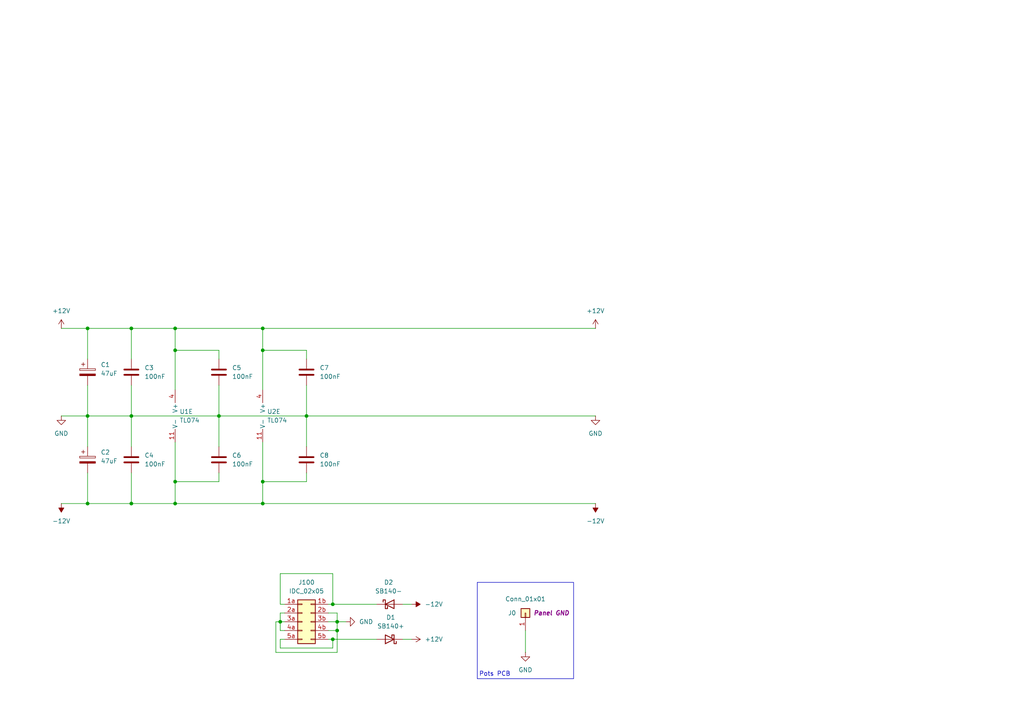
<source format=kicad_sch>
(kicad_sch (version 20231120) (generator "eeschema") (generator_version "8.0")
  (paper "A4")
  (title_block (title "Power Distribution") (company "DMH Instruments") (comment 1 "PCB for 5 cm Kosmo format synthesizer module"))
  (lib_symbols
    (symbol "Amplifier_Operational:TL074" (pin_names (offset 0.127))
      (property "Reference" "U" (at 0 5.08 0))
      (property "Value" "TL074" (at 0 -5.08 0))
      (symbol "TL074_1_1"
        (polyline (pts (xy -5.08 5.08) (xy 5.08 0) (xy -5.08 -5.08) (xy -5.08 5.08)) (stroke (width 0.254)) (fill (type background)))
        (pin output line (at 7.62 0 180) (length 2.54) (name "~") (number "1"))
        (pin input line (at -7.62 -2.54 0) (length 2.54) (name "-") (number "2"))
        (pin input line (at -7.62 2.54 0) (length 2.54) (name "+") (number "3"))
      )
      (symbol "TL074_2_1"
        (polyline (pts (xy -5.08 5.08) (xy 5.08 0) (xy -5.08 -5.08) (xy -5.08 5.08)) (stroke (width 0.254)) (fill (type background)))
        (pin input line (at -7.62 2.54 0) (length 2.54) (name "+") (number "5"))
        (pin input line (at -7.62 -2.54 0) (length 2.54) (name "-") (number "6"))
        (pin output line (at 7.62 0 180) (length 2.54) (name "~") (number "7"))
      )
      (symbol "TL074_3_1"
        (polyline (pts (xy -5.08 5.08) (xy 5.08 0) (xy -5.08 -5.08) (xy -5.08 5.08)) (stroke (width 0.254)) (fill (type background)))
        (pin input line (at -7.62 2.54 0) (length 2.54) (name "+") (number "10"))
        (pin output line (at 7.62 0 180) (length 2.54) (name "~") (number "8"))
        (pin input line (at -7.62 -2.54 0) (length 2.54) (name "-") (number "9"))
      )
      (symbol "TL074_4_1"
        (polyline (pts (xy -5.08 5.08) (xy 5.08 0) (xy -5.08 -5.08) (xy -5.08 5.08)) (stroke (width 0.254)) (fill (type background)))
        (pin input line (at -7.62 2.54 0) (length 2.54) (name "+") (number "12"))
        (pin input line (at -7.62 -2.54 0) (length 2.54) (name "-") (number "13"))
        (pin output line (at 7.62 0 180) (length 2.54) (name "~") (number "14"))
      )
      (symbol "TL074_5_1"
        (pin power_in line (at -2.54 -7.62 90) (length 3.81) (name "V-") (number "11"))
        (pin power_in line (at -2.54 7.62 270) (length 3.81) (name "V+") (number "4"))
      )
    )
    (symbol "Connector_Generic:Conn_01x01" (pin_names (offset 1.016) hide)
      (property "Reference" "J" (at 0 2.54 0))
      (property "Value" "Conn_01x01" (at 0 -2.54 0))
      (symbol "Conn_01x01_1_1"
        (rectangle (start -1.27 0.127) (end 0 -0.127) (stroke (width 0.1524)))
        (rectangle (start -1.27 1.27) (end 1.27 -1.27) (stroke (width 0.254)) (fill (type background)))
        (pin passive line (at -5.08 0 0) (length 3.81) (name "Pin_1") (number "1"))
      )
    )
    (symbol "Device:C" (pin_numbers hide) (pin_names (offset 0.254))
      (property "Reference" "C" (at 0.635 2.54 0))
      (property "Value" "C" (at 0.635 -2.54 0))
      (symbol "C_0_1"
        (polyline (pts (xy -2.032 -0.762) (xy 2.032 -0.762)) (stroke (width 0.508)))
        (polyline (pts (xy -2.032 0.762) (xy 2.032 0.762)) (stroke (width 0.508)))
      )
      (symbol "C_1_1"
        (pin passive line (at 0 3.81 270) (length 2.794) (name "~") (number "1"))
        (pin passive line (at 0 -3.81 90) (length 2.794) (name "~") (number "2"))
      )
    )
    (symbol "Device:C_Polarized" (pin_numbers hide) (pin_names (offset 0.254))
      (property "Reference" "C" (at 0.635 2.54 0))
      (property "Value" "C_Polarized" (at 0.635 -2.54 0))
      (symbol "C_Polarized_0_1"
        (rectangle (start -2.286 0.508) (end 2.286 1.016))
        (polyline (pts (xy -1.778 2.286) (xy -0.762 2.286)))
        (polyline (pts (xy -1.27 2.794) (xy -1.27 1.778)))
        (rectangle (start 2.286 -0.508) (end -2.286 -1.016) (fill (type outline)))
      )
      (symbol "C_Polarized_1_1"
        (pin passive line (at 0 3.81 270) (length 2.794) (name "~") (number "1"))
        (pin passive line (at 0 -3.81 90) (length 2.794) (name "~") (number "2"))
      )
    )
    (symbol "SynthStuff:Eurorack_Power_Connector_10Pin" (pin_names (offset 1.016) hide)
      (property "Reference" "J" (at 0 -10.922 0))
      (property "Value" "IDC_02x05" (at 0 -8.382 0))
      (symbol "Eurorack_Power_Connector_10Pin_1_1"
        (rectangle (start -2.54 -4.953) (end -1.27 -5.207) (stroke (width 0.1524)))
        (rectangle (start -2.54 -2.413) (end -1.27 -2.667) (stroke (width 0.1524)))
        (rectangle (start -2.54 0.127) (end -1.27 -0.127) (stroke (width 0.1524)))
        (rectangle (start -2.54 2.667) (end -1.27 2.413) (stroke (width 0.1524)))
        (rectangle (start -2.54 5.207) (end -1.27 4.953) (stroke (width 0.1524)))
        (rectangle (start -2.54 6.35) (end 2.54 -6.35) (stroke (width 0.254)) (fill (type background)))
        (rectangle (start 2.54 -4.953) (end 1.27 -5.207) (stroke (width 0.1524)))
        (rectangle (start 2.54 -2.413) (end 1.27 -2.667) (stroke (width 0.1524)))
        (rectangle (start 2.54 0.127) (end 1.27 -0.127) (stroke (width 0.1524)))
        (rectangle (start 2.54 2.667) (end 1.27 2.413) (stroke (width 0.1524)))
        (rectangle (start 2.54 5.207) (end 1.27 4.953) (stroke (width 0.1524)))
        (pin power_out line (at -6.35 5.08 0) (length 3.81) (name "Pin_1a") (number "1a"))
        (pin passive line (at 6.35 5.08 180) (length 3.81) (name "Pin_1b") (number "1b"))
        (pin power_out line (at -6.35 2.54 0) (length 3.81) (name "Pin_2a") (number "2a"))
        (pin passive line (at 6.35 2.54 180) (length 3.81) (name "Pin_2b") (number "2b"))
        (pin passive line (at -6.35 0 0) (length 3.81) (name "Pin_3a") (number "3a"))
        (pin passive line (at 6.35 0 180) (length 3.81) (name "Pin_3b") (number "3b"))
        (pin passive line (at -6.35 -2.54 0) (length 3.81) (name "Pin_4a") (number "4a"))
        (pin passive line (at 6.35 -2.54 180) (length 3.81) (name "Pin_4b") (number "4b"))
        (pin power_out line (at -6.35 -5.08 0) (length 3.81) (name "Pin_5a") (number "5a"))
        (pin passive line (at 6.35 -5.08 180) (length 3.81) (name "Pin_5b") (number "5b"))
      )
    )
    (symbol "SynthStuff:Power_Bus_Schotty_+" (pin_numbers hide) (pin_names (offset 1.016) hide)
      (property "Reference" "D" (at 0 2.54 0))
      (property "Value" "SB140+" (at 0 -2.54 0))
      (symbol "Power_Bus_Schotty_+_0_1"
        (polyline (pts (xy 1.27 0) (xy -1.27 0)))
        (polyline (pts (xy 1.27 1.27) (xy 1.27 -1.27) (xy -1.27 0) (xy 1.27 1.27)) (stroke (width 0.254)))
        (polyline (pts (xy -1.905 0.635) (xy -1.905 1.27) (xy -1.27 1.27) (xy -1.27 -1.27) (xy -0.635 -1.27) (xy -0.635 -0.635)) (stroke (width 0.254)))
      )
      (symbol "Power_Bus_Schotty_+_1_1"
        (pin power_out line (at -3.81 0 0) (length 2.54) (name "K") (number "1"))
        (pin power_in line (at 3.81 0 180) (length 2.54) (name "A") (number "2"))
      )
    )
    (symbol "SynthStuff:Power_Bus_Schotty_-" (pin_numbers hide) (pin_names (offset 1.016) hide)
      (property "Reference" "D" (at 0 2.54 0))
      (property "Value" "SB140-" (at 0 -2.54 0))
      (symbol "Power_Bus_Schotty_-_0_1"
        (polyline (pts (xy 1.27 0) (xy -1.27 0)))
        (polyline (pts (xy 1.27 1.27) (xy 1.27 -1.27) (xy -1.27 0) (xy 1.27 1.27)) (stroke (width 0.254)))
        (polyline (pts (xy -1.905 0.635) (xy -1.905 1.27) (xy -1.27 1.27) (xy -1.27 -1.27) (xy -0.635 -1.27) (xy -0.635 -0.635)) (stroke (width 0.254)))
      )
      (symbol "Power_Bus_Schotty_-_1_1"
        (pin power_in line (at -3.81 0 0) (length 2.54) (name "K") (number "1"))
        (pin power_out line (at 3.81 0 180) (length 2.54) (name "A") (number "2"))
      )
    )
    (symbol "power:+12V" (power) (pin_numbers hide) (pin_names (offset 0) hide)
      (property "Value" "+12V" (at 0 3.556 0))
      (symbol "+12V_0_1"
        (polyline (pts (xy -0.762 1.27) (xy 0 2.54)))
        (polyline (pts (xy 0 0) (xy 0 2.54)))
        (polyline (pts (xy 0 2.54) (xy 0.762 1.27)))
      )
      (symbol "+12V_1_1"
        (pin power_in line (at 0 0 90) (length 0) (name "~") (number "1"))
      )
    )
    (symbol "power:-12V" (power) (pin_numbers hide) (pin_names (offset 0) hide)
      (property "Value" "-12V" (at 0 3.556 0))
      (symbol "-12V_0_0"
        (pin power_in line (at 0 0 90) (length 0) (name "~") (number "1"))
      )
      (symbol "-12V_0_1"
        (polyline (pts (xy 0 0) (xy 0 1.27) (xy 0.762 1.27) (xy 0 2.54) (xy -0.762 1.27) (xy 0 1.27)) (fill (type outline)))
      )
    )
    (symbol "power:GND" (power) (pin_numbers hide) (pin_names (offset 0) hide)
      (property "Value" "GND" (at 0 -3.81 0))
      (symbol "GND_0_1"
        (polyline (pts (xy 0 0) (xy 0 -1.27) (xy 1.27 -1.27) (xy 0 -2.54) (xy -1.27 -1.27) (xy 0 -1.27)))
      )
      (symbol "GND_1_1"
        (pin power_in line (at 0 0 270) (length 0) (name "~") (number "1"))
      )
    )
  )
  (junction (at 50.8 95.25))
  (junction (at 76.2 139.7))
  (junction (at 81.28 180.34))
  (junction (at 88.9 120.65))
  (junction (at 97.79 180.34))
  (junction (at 25.4 120.65))
  (junction (at 38.1 146.05))
  (junction (at 76.2 101.6))
  (junction (at 96.52 175.26))
  (junction (at 97.79 182.88))
  (junction (at 25.4 146.05))
  (junction (at 50.8 146.05))
  (junction (at 96.52 185.42))
  (junction (at 38.1 120.65))
  (junction (at 50.8 139.7))
  (junction (at 25.4 95.25))
  (junction (at 76.2 146.05))
  (junction (at 76.2 95.25))
  (junction (at 38.1 95.25))
  (junction (at 50.8 101.6))
  (junction (at 63.5 120.65))
  (wire (pts (xy 96.52 175.26) (xy 109.22 175.26)))
  (wire (pts (xy 81.28 166.37) (xy 96.52 166.37)))
  (wire (pts (xy 81.28 180.34) (xy 80.01 180.34)))
  (wire (pts (xy 50.8 139.7) (xy 50.8 146.05)))
  (wire (pts (xy 63.5 111.76) (xy 63.5 120.65)))
  (wire (pts (xy 95.25 185.42) (xy 96.52 185.42)))
  (wire (pts (xy 17.78 120.65) (xy 25.4 120.65)))
  (wire (pts (xy 81.28 177.8) (xy 82.55 177.8)))
  (wire (pts (xy 95.25 180.34) (xy 97.79 180.34)))
  (wire (pts (xy 97.79 189.23) (xy 97.79 182.88)))
  (wire (pts (xy 63.5 104.14) (xy 63.5 101.6)))
  (wire (pts (xy 116.84 185.42) (xy 119.38 185.42)))
  (wire (pts (xy 50.8 146.05) (xy 76.2 146.05)))
  (wire (pts (xy 25.4 146.05) (xy 38.1 146.05)))
  (wire (pts (xy 63.5 120.65) (xy 63.5 129.54)))
  (wire (pts (xy 38.1 146.05) (xy 50.8 146.05)))
  (wire (pts (xy 82.55 182.88) (xy 81.28 182.88)))
  (wire (pts (xy 81.28 175.26) (xy 81.28 166.37)))
  (wire (pts (xy 25.4 95.25) (xy 25.4 104.14)))
  (wire (pts (xy 50.8 128.27) (xy 50.8 139.7)))
  (wire (pts (xy 76.2 101.6) (xy 88.9 101.6)))
  (wire (pts (xy 76.2 95.25) (xy 76.2 101.6)))
  (wire (pts (xy 38.1 120.65) (xy 63.5 120.65)))
  (wire (pts (xy 96.52 166.37) (xy 96.52 175.26)))
  (wire (pts (xy 17.78 95.25) (xy 25.4 95.25)))
  (wire (pts (xy 50.8 95.25) (xy 76.2 95.25)))
  (wire (pts (xy 152.4 182.88) (xy 152.4 189.23)))
  (wire (pts (xy 25.4 95.25) (xy 38.1 95.25)))
  (wire (pts (xy 81.28 182.88) (xy 81.28 180.34)))
  (wire (pts (xy 88.9 137.16) (xy 88.9 139.7)))
  (wire (pts (xy 50.8 101.6) (xy 50.8 113.03)))
  (wire (pts (xy 38.1 95.25) (xy 38.1 104.14)))
  (wire (pts (xy 76.2 139.7) (xy 76.2 146.05)))
  (wire (pts (xy 82.55 175.26) (xy 81.28 175.26)))
  (wire (pts (xy 97.79 177.8) (xy 97.79 180.34)))
  (wire (pts (xy 25.4 111.76) (xy 25.4 120.65)))
  (wire (pts (xy 82.55 185.42) (xy 81.28 185.42)))
  (wire (pts (xy 116.84 175.26) (xy 119.38 175.26)))
  (wire (pts (xy 25.4 120.65) (xy 25.4 129.54)))
  (wire (pts (xy 81.28 185.42) (xy 81.28 187.96)))
  (wire (pts (xy 95.25 182.88) (xy 97.79 182.88)))
  (wire (pts (xy 95.25 177.8) (xy 97.79 177.8)))
  (wire (pts (xy 76.2 128.27) (xy 76.2 139.7)))
  (wire (pts (xy 88.9 120.65) (xy 172.72 120.65)))
  (wire (pts (xy 88.9 111.76) (xy 88.9 120.65)))
  (wire (pts (xy 88.9 139.7) (xy 76.2 139.7)))
  (wire (pts (xy 81.28 180.34) (xy 82.55 180.34)))
  (wire (pts (xy 38.1 137.16) (xy 38.1 146.05)))
  (wire (pts (xy 81.28 187.96) (xy 96.52 187.96)))
  (wire (pts (xy 97.79 180.34) (xy 100.33 180.34)))
  (wire (pts (xy 63.5 137.16) (xy 63.5 139.7)))
  (wire (pts (xy 38.1 111.76) (xy 38.1 120.65)))
  (wire (pts (xy 88.9 104.14) (xy 88.9 101.6)))
  (wire (pts (xy 63.5 120.65) (xy 88.9 120.65)))
  (wire (pts (xy 76.2 101.6) (xy 76.2 113.03)))
  (wire (pts (xy 80.01 189.23) (xy 97.79 189.23)))
  (wire (pts (xy 50.8 95.25) (xy 50.8 101.6)))
  (wire (pts (xy 50.8 101.6) (xy 63.5 101.6)))
  (wire (pts (xy 38.1 95.25) (xy 50.8 95.25)))
  (wire (pts (xy 80.01 180.34) (xy 80.01 189.23)))
  (wire (pts (xy 63.5 139.7) (xy 50.8 139.7)))
  (wire (pts (xy 25.4 137.16) (xy 25.4 146.05)))
  (wire (pts (xy 96.52 187.96) (xy 96.52 185.42)))
  (wire (pts (xy 88.9 120.65) (xy 88.9 129.54)))
  (wire (pts (xy 97.79 182.88) (xy 97.79 180.34)))
  (wire (pts (xy 17.78 146.05) (xy 25.4 146.05)))
  (wire (pts (xy 81.28 180.34) (xy 81.28 177.8)))
  (wire (pts (xy 95.25 175.26) (xy 96.52 175.26)))
  (wire (pts (xy 76.2 95.25) (xy 172.72 95.25)))
  (wire (pts (xy 96.52 185.42) (xy 109.22 185.42)))
  (wire (pts (xy 38.1 120.65) (xy 38.1 129.54)))
  (wire (pts (xy 76.2 146.05) (xy 172.72 146.05)))
  (wire (pts (xy 25.4 120.65) (xy 38.1 120.65)))
  (rectangle (start 138.43 168.91) (end 166.37 196.85))
  (text "Pots PCB" (at 143.51 195.58 0) (effects (font (size 1.27 1.27))))
  (symbol (lib_id "Device:C") (at 38.1 107.95 0) (unit 1)
    (property "Reference" "C3" (at 41.91 106.6799 0) (effects (justify left)))
    (property "Value" "100nF" (at 41.91 109.2199 0) (effects (justify left)))
    (property "Footprint" "Capacitor_THT:C_Disc_D4.3mm_W1.9mm_P5.00mm" (effects (hide yes)))
    (property "Description" "Unpolarized capacitor" (effects (hide yes)))
  )
  (symbol (lib_id "Device:C") (at 63.5 107.95 0) (unit 1)
    (property "Reference" "C5" (at 67.31 106.6799 0) (effects (justify left)))
    (property "Value" "100nF" (at 67.31 109.2199 0) (effects (justify left)))
    (property "Footprint" "Capacitor_THT:C_Disc_D4.3mm_W1.9mm_P5.00mm" (effects (hide yes)))
    (property "Description" "Unpolarized capacitor" (effects (hide yes)))
  )
  (symbol (lib_id "Device:C_Polarized") (at 25.4 133.35 0) (unit 1)
    (property "Reference" "C2" (at 29.21 131.1909 0) (effects (justify left)))
    (property "Value" "47uF" (at 29.21 133.7309 0) (effects (justify left)))
    (property "Footprint" "Capacitor_THT:CP_Radial_D5.0mm_P2.00mm" (effects (hide yes)))
    (property "Description" "Polarized capacitor" (effects (hide yes)))
  )
  (symbol (lib_id "Connector_Generic:Conn_01x01") (at 152.4 177.8 90) (unit 1) (on_board no)
    (property "Reference" "J0" (at 147.32 177.8 90) (effects (justify right)))
    (property "Value" "Conn_01x01" (at 152.4 173.736 90))
    (property "Footprint" "Connector_PinHeader_2.54mm:PinHeader_1x01_P2.54mm_Vertical" (effects (hide yes)))
    (property "Description" "Generic connector, single row, 01x01, script generated (kicad-library-utils/schlib/autogen/connector/)" (effects (hide yes)))
    (property "Function" "Panel GND" (at 160.02 177.8 90) (effects (font (thickness 0.254) (bold yes) (italic yes))))
  )
  (symbol (lib_id "power:+12V") (at 17.78 95.25 0) (unit 1)
    (property "Reference" "#PWR013" (effects (hide yes)))
    (property "Value" "+12V" (at 17.78 90.17 0))
    (property "Description" "Power symbol creates a global label with name \"+12V\"" (effects (hide yes)))
  )
  (symbol (lib_id "power:-12V") (at 119.38 175.26 270) (unit 1)
    (property "Reference" "#PWR05" (effects (hide yes)))
    (property "Value" "-12V" (at 123.19 175.2599 90) (effects (justify left)))
    (property "Description" "Power symbol creates a global label with name \"-12V\"" (effects (hide yes)))
  )
  (symbol (lib_id "Amplifier_Operational:TL074") (at 78.74 120.65 0) (unit 5)
    (property "Reference" "U2" (at 77.47 119.3799 0) (effects (justify left)))
    (property "Value" "TL074" (at 77.47 121.9199 0) (effects (justify left)))
    (property "Datasheet" "http://www.ti.com/lit/ds/symlink/tl071.pdf" (effects (hide yes)))
    (property "Description" "Quad Low-Noise JFET-Input Operational Amplifiers, DIP-14/SOIC-14" (effects (hide yes)))
  )
  (symbol (lib_id "power:-12V") (at 17.78 146.05 180) (unit 1)
    (property "Reference" "#PWR017" (effects (hide yes)))
    (property "Value" "-12V" (at 17.78 151.13 0))
    (property "Description" "Power symbol creates a global label with name \"-12V\"" (effects (hide yes)))
  )
  (symbol (lib_id "SynthStuff:Eurorack_Power_Connector_10Pin") (at 88.9 180.34 0) (unit 1)
    (property "Reference" "J100" (at 88.9 168.91 0))
    (property "Value" "IDC_02x05" (at 88.9 171.45 0))
    (property "Footprint" "SynthStuff:IDC-Header_2x05_P2.54mm_Vertical_Eurorack" (effects (hide yes)))
    (property "Description" "IDC jack, 2x5 pins, row a carries same signals as row b." (effects (hide yes)))
  )
  (symbol (lib_id "Device:C") (at 88.9 107.95 0) (unit 1)
    (property "Reference" "C7" (at 92.71 106.6799 0) (effects (justify left)))
    (property "Value" "100nF" (at 92.71 109.2199 0) (effects (justify left)))
    (property "Footprint" "Capacitor_THT:C_Disc_D4.3mm_W1.9mm_P5.00mm" (effects (hide yes)))
    (property "Description" "Unpolarized capacitor" (effects (hide yes)))
  )
  (symbol (lib_id "power:GND") (at 152.4 189.23 0) (unit 1)
    (property "Reference" "#PWR08" (effects (hide yes)))
    (property "Value" "GND" (at 152.4 194.31 0))
    (property "Description" "Power symbol creates a global label with name \"GND\" , ground" (effects (hide yes)))
  )
  (symbol (lib_id "Device:C") (at 38.1 133.35 0) (unit 1)
    (property "Reference" "C4" (at 41.91 132.0799 0) (effects (justify left)))
    (property "Value" "100nF" (at 41.91 134.6199 0) (effects (justify left)))
    (property "Footprint" "Capacitor_THT:C_Disc_D4.3mm_W1.9mm_P5.00mm" (effects (hide yes)))
    (property "Description" "Unpolarized capacitor" (effects (hide yes)))
  )
  (symbol (lib_id "power:GND") (at 17.78 120.65 0) (unit 1)
    (property "Reference" "#PWR015" (effects (hide yes)))
    (property "Value" "GND" (at 17.78 125.73 0))
    (property "Description" "Power symbol creates a global label with name \"GND\" , ground" (effects (hide yes)))
  )
  (symbol (lib_id "power:+12V") (at 172.72 95.25 0) (unit 1)
    (property "Reference" "#PWR014" (effects (hide yes)))
    (property "Value" "+12V" (at 172.72 90.17 0))
    (property "Description" "Power symbol creates a global label with name \"+12V\"" (effects (hide yes)))
  )
  (symbol (lib_id "power:GND") (at 172.72 120.65 0) (unit 1)
    (property "Reference" "#PWR016" (effects (hide yes)))
    (property "Value" "GND" (at 172.72 125.73 0))
    (property "Description" "Power symbol creates a global label with name \"GND\" , ground" (effects (hide yes)))
  )
  (symbol (lib_id "SynthStuff:Power_Bus_Schotty_+") (at 113.03 185.42 180) (unit 1)
    (property "Reference" "D1" (at 113.3475 179.07 0))
    (property "Value" "SB140+" (at 113.3475 181.61 0))
    (property "Footprint" "Diode_THT:D_DO-41_SOD81_P10.16mm_Horizontal" (effects (hide yes)))
    (property "Datasheet" "http://www.diodes.com/_files/datasheets/ds23022.pdf" (effects (hide yes)))
    (property "Description" "40V 1A Schottky Barrier Rectifier Diode, DO-41" (effects (hide yes)))
  )
  (symbol (lib_id "Amplifier_Operational:TL074") (at 53.34 120.65 0) (unit 5)
    (property "Reference" "U1" (at 52.07 119.3799 0) (effects (justify left)))
    (property "Value" "TL074" (at 52.07 121.9199 0) (effects (justify left)))
    (property "Footprint" "Package_DIP:DIP-14_W7.62mm_Socket" (effects (hide yes)))
    (property "Datasheet" "http://www.ti.com/lit/ds/symlink/tl071.pdf" (effects (hide yes)))
    (property "Description" "Quad Low-Noise JFET-Input Operational Amplifiers, DIP-14/SOIC-14" (effects (hide yes)))
  )
  (symbol (lib_id "Device:C") (at 88.9 133.35 0) (unit 1)
    (property "Reference" "C8" (at 92.71 132.0799 0) (effects (justify left)))
    (property "Value" "100nF" (at 92.71 134.6199 0) (effects (justify left)))
    (property "Footprint" "Capacitor_THT:C_Disc_D4.3mm_W1.9mm_P5.00mm" (effects (hide yes)))
    (property "Description" "Unpolarized capacitor" (effects (hide yes)))
  )
  (symbol (lib_id "power:+12V") (at 119.38 185.42 270) (unit 1)
    (property "Reference" "#PWR06" (effects (hide yes)))
    (property "Value" "+12V" (at 123.19 185.4199 90) (effects (justify left)))
    (property "Description" "Power symbol creates a global label with name \"+12V\"" (effects (hide yes)))
  )
  (symbol (lib_id "Device:C") (at 63.5 133.35 0) (unit 1)
    (property "Reference" "C6" (at 67.31 132.0799 0) (effects (justify left)))
    (property "Value" "100nF" (at 67.31 134.6199 0) (effects (justify left)))
    (property "Footprint" "Capacitor_THT:C_Disc_D4.3mm_W1.9mm_P5.00mm" (effects (hide yes)))
    (property "Description" "Unpolarized capacitor" (effects (hide yes)))
  )
  (symbol (lib_id "Device:C_Polarized") (at 25.4 107.95 0) (unit 1)
    (property "Reference" "C1" (at 29.21 105.7909 0) (effects (justify left)))
    (property "Value" "47uF" (at 29.21 108.3309 0) (effects (justify left)))
    (property "Footprint" "Capacitor_THT:CP_Radial_D5.0mm_P2.00mm" (effects (hide yes)))
    (property "Description" "Polarized capacitor" (effects (hide yes)))
  )
  (symbol (lib_id "power:-12V") (at 172.72 146.05 180) (unit 1)
    (property "Reference" "#PWR018" (effects (hide yes)))
    (property "Value" "-12V" (at 172.72 151.13 0))
    (property "Description" "Power symbol creates a global label with name \"-12V\"" (effects (hide yes)))
  )
  (symbol (lib_id "SynthStuff:Power_Bus_Schotty_-") (at 113.03 175.26 0) (unit 1)
    (property "Reference" "D2" (at 112.7125 168.91 0))
    (property "Value" "SB140-" (at 112.7125 171.45 0))
    (property "Footprint" "Diode_THT:D_DO-41_SOD81_P10.16mm_Horizontal" (effects (hide yes)))
    (property "Datasheet" "http://www.diodes.com/_files/datasheets/ds23022.pdf" (effects (hide yes)))
    (property "Description" "40V 1A Schottky Barrier Rectifier Diode, DO-41" (effects (hide yes)))
  )
  (symbol (lib_id "power:GND") (at 100.33 180.34 90) (unit 1)
    (property "Reference" "#PWR07" (effects (hide yes)))
    (property "Value" "GND" (at 104.14 180.3399 90) (effects (justify right)))
    (property "Description" "Power symbol creates a global label with name \"GND\" , ground" (effects (hide yes)))
  )
)
</source>
